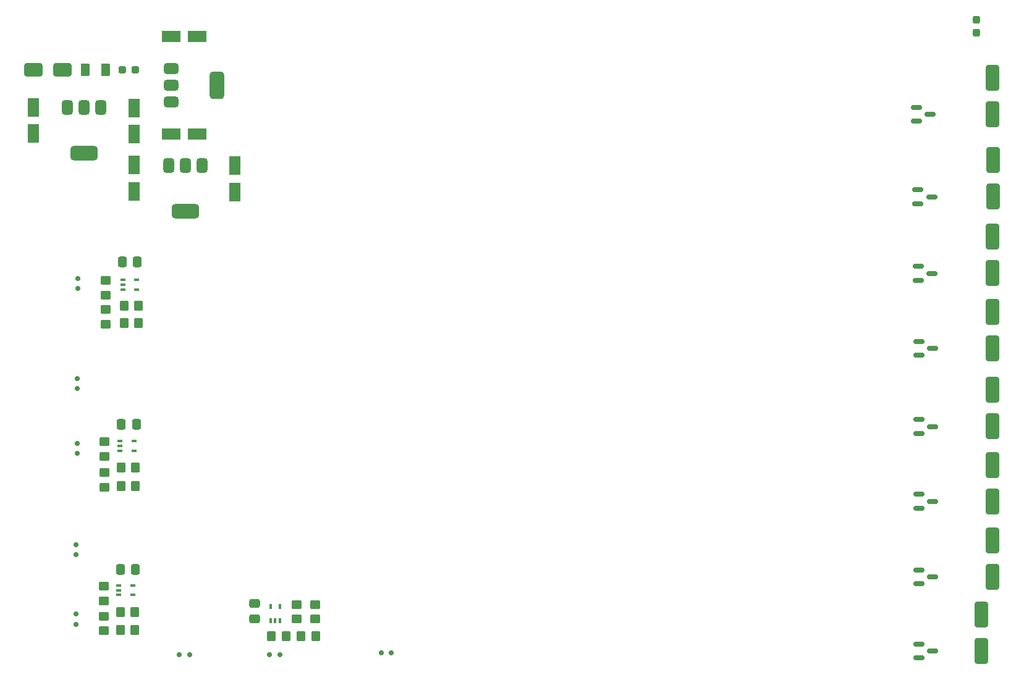
<source format=gbr>
%TF.GenerationSoftware,KiCad,Pcbnew,8.0.0-8.0.0-1~ubuntu20.04.1*%
%TF.CreationDate,2024-06-18T14:04:34-06:00*%
%TF.ProjectId,minibioreactor,6d696e69-6269-46f7-9265-6163746f722e,rev?*%
%TF.SameCoordinates,Original*%
%TF.FileFunction,Paste,Top*%
%TF.FilePolarity,Positive*%
%FSLAX46Y46*%
G04 Gerber Fmt 4.6, Leading zero omitted, Abs format (unit mm)*
G04 Created by KiCad (PCBNEW 8.0.0-8.0.0-1~ubuntu20.04.1) date 2024-06-18 14:04:34*
%MOMM*%
%LPD*%
G01*
G04 APERTURE LIST*
G04 Aperture macros list*
%AMRoundRect*
0 Rectangle with rounded corners*
0 $1 Rounding radius*
0 $2 $3 $4 $5 $6 $7 $8 $9 X,Y pos of 4 corners*
0 Add a 4 corners polygon primitive as box body*
4,1,4,$2,$3,$4,$5,$6,$7,$8,$9,$2,$3,0*
0 Add four circle primitives for the rounded corners*
1,1,$1+$1,$2,$3*
1,1,$1+$1,$4,$5*
1,1,$1+$1,$6,$7*
1,1,$1+$1,$8,$9*
0 Add four rect primitives between the rounded corners*
20,1,$1+$1,$2,$3,$4,$5,0*
20,1,$1+$1,$4,$5,$6,$7,0*
20,1,$1+$1,$6,$7,$8,$9,0*
20,1,$1+$1,$8,$9,$2,$3,0*%
G04 Aperture macros list end*
%ADD10RoundRect,0.100000X-0.225000X-0.100000X0.225000X-0.100000X0.225000X0.100000X-0.225000X0.100000X0*%
%ADD11RoundRect,0.150000X-0.587500X-0.150000X0.587500X-0.150000X0.587500X0.150000X-0.587500X0.150000X0*%
%ADD12RoundRect,0.250000X-0.350000X-0.450000X0.350000X-0.450000X0.350000X0.450000X-0.350000X0.450000X0*%
%ADD13RoundRect,0.250000X-0.450000X0.350000X-0.450000X-0.350000X0.450000X-0.350000X0.450000X0.350000X0*%
%ADD14RoundRect,0.250000X-0.550000X1.050000X-0.550000X-1.050000X0.550000X-1.050000X0.550000X1.050000X0*%
%ADD15RoundRect,0.150000X0.200000X-0.150000X0.200000X0.150000X-0.200000X0.150000X-0.200000X-0.150000X0*%
%ADD16RoundRect,0.250000X0.337500X0.475000X-0.337500X0.475000X-0.337500X-0.475000X0.337500X-0.475000X0*%
%ADD17RoundRect,0.250000X0.350000X0.450000X-0.350000X0.450000X-0.350000X-0.450000X0.350000X-0.450000X0*%
%ADD18RoundRect,0.250000X-0.650000X1.500000X-0.650000X-1.500000X0.650000X-1.500000X0.650000X1.500000X0*%
%ADD19RoundRect,0.250000X0.375000X0.625000X-0.375000X0.625000X-0.375000X-0.625000X0.375000X-0.625000X0*%
%ADD20RoundRect,0.237500X0.237500X-0.287500X0.237500X0.287500X-0.237500X0.287500X-0.237500X-0.287500X0*%
%ADD21RoundRect,0.250000X0.450000X-0.350000X0.450000X0.350000X-0.450000X0.350000X-0.450000X-0.350000X0*%
%ADD22RoundRect,0.250000X-0.475000X0.337500X-0.475000X-0.337500X0.475000X-0.337500X0.475000X0.337500X0*%
%ADD23RoundRect,0.250000X1.050000X0.550000X-1.050000X0.550000X-1.050000X-0.550000X1.050000X-0.550000X0*%
%ADD24RoundRect,0.150000X0.150000X0.200000X-0.150000X0.200000X-0.150000X-0.200000X0.150000X-0.200000X0*%
%ADD25RoundRect,0.375000X-0.625000X-0.375000X0.625000X-0.375000X0.625000X0.375000X-0.625000X0.375000X0*%
%ADD26RoundRect,0.500000X-0.500000X-1.400000X0.500000X-1.400000X0.500000X1.400000X-0.500000X1.400000X0*%
%ADD27RoundRect,0.250000X0.550000X-1.050000X0.550000X1.050000X-0.550000X1.050000X-0.550000X-1.050000X0*%
%ADD28RoundRect,0.150000X-0.200000X0.150000X-0.200000X-0.150000X0.200000X-0.150000X0.200000X0.150000X0*%
%ADD29RoundRect,0.237500X-0.287500X-0.237500X0.287500X-0.237500X0.287500X0.237500X-0.287500X0.237500X0*%
%ADD30RoundRect,0.150000X-0.150000X-0.200000X0.150000X-0.200000X0.150000X0.200000X-0.150000X0.200000X0*%
%ADD31RoundRect,0.375000X-0.375000X0.625000X-0.375000X-0.625000X0.375000X-0.625000X0.375000X0.625000X0*%
%ADD32RoundRect,0.500000X-1.400000X0.500000X-1.400000X-0.500000X1.400000X-0.500000X1.400000X0.500000X0*%
%ADD33RoundRect,0.100000X0.100000X-0.225000X0.100000X0.225000X-0.100000X0.225000X-0.100000X-0.225000X0*%
%ADD34RoundRect,0.250000X-1.050000X-0.550000X1.050000X-0.550000X1.050000X0.550000X-1.050000X0.550000X0*%
%ADD35RoundRect,0.250000X-1.000000X-0.650000X1.000000X-0.650000X1.000000X0.650000X-1.000000X0.650000X0*%
G04 APERTURE END LIST*
D10*
%TO.C,U203*%
X115860000Y-111795000D03*
X115860000Y-112445000D03*
X115860000Y-113095000D03*
X117760000Y-113095000D03*
X117760000Y-111795000D03*
%TD*%
D11*
%TO.C,Q302*%
X225345000Y-57550000D03*
X225345000Y-59450000D03*
X227220000Y-58500000D03*
%TD*%
D12*
%TO.C,R202*%
X116560000Y-75795000D03*
X118560000Y-75795000D03*
%TD*%
D13*
%TO.C,R207*%
X113860000Y-96295000D03*
X113860000Y-98295000D03*
%TD*%
D11*
%TO.C,Q307*%
X225475000Y-109670000D03*
X225475000Y-111570000D03*
X227350000Y-110620000D03*
%TD*%
D14*
%TO.C,C5*%
X117987500Y-54167500D03*
X117987500Y-57767500D03*
%TD*%
D15*
%TO.C,D204*%
X109960000Y-106195000D03*
X109960000Y-107595000D03*
%TD*%
D16*
%TO.C,C201*%
X118410000Y-67445000D03*
X116335000Y-67445000D03*
%TD*%
D17*
%TO.C,R213*%
X138745000Y-118700000D03*
X136745000Y-118700000D03*
%TD*%
D18*
%TO.C,D303*%
X235560000Y-63980000D03*
X235560000Y-68980000D03*
%TD*%
D19*
%TO.C,F1*%
X114067500Y-41100000D03*
X111267500Y-41100000D03*
%TD*%
D20*
%TO.C,D3*%
X233362500Y-35987500D03*
X233362500Y-34237500D03*
%TD*%
D21*
%TO.C,R214*%
X142745000Y-116400000D03*
X142745000Y-114400000D03*
%TD*%
D22*
%TO.C,C204*%
X134445000Y-114262500D03*
X134445000Y-116337500D03*
%TD*%
D10*
%TO.C,U202*%
X116010000Y-91995000D03*
X116010000Y-92645000D03*
X116010000Y-93295000D03*
X117910000Y-93295000D03*
X117910000Y-91995000D03*
%TD*%
D23*
%TO.C,C4*%
X126617500Y-36500000D03*
X123017500Y-36500000D03*
%TD*%
D24*
%TO.C,D206*%
X124150000Y-121290000D03*
X125550000Y-121290000D03*
%TD*%
D14*
%TO.C,C1*%
X104167500Y-46250000D03*
X104167500Y-49850000D03*
%TD*%
D25*
%TO.C,U2*%
X123007500Y-40917500D03*
X123007500Y-43217500D03*
D26*
X129307500Y-43217500D03*
D25*
X123007500Y-45517500D03*
%TD*%
D18*
%TO.C,D307*%
X235530000Y-105610000D03*
X235530000Y-110610000D03*
%TD*%
D27*
%TO.C,C2*%
X117967500Y-49900000D03*
X117967500Y-46300000D03*
%TD*%
D18*
%TO.C,D301*%
X235620000Y-53480000D03*
X235620000Y-58480000D03*
%TD*%
D28*
%TO.C,D205*%
X109960000Y-117095000D03*
X109960000Y-115695000D03*
%TD*%
D11*
%TO.C,Q303*%
X225405000Y-68040000D03*
X225405000Y-69940000D03*
X227280000Y-68990000D03*
%TD*%
D15*
%TO.C,D202*%
X110160000Y-83395000D03*
X110160000Y-84795000D03*
%TD*%
D21*
%TO.C,R201*%
X114060000Y-71995000D03*
X114060000Y-69995000D03*
%TD*%
D29*
%TO.C,D1*%
X116367500Y-41100000D03*
X118117500Y-41100000D03*
%TD*%
D28*
%TO.C,D201*%
X110260000Y-71095000D03*
X110260000Y-69695000D03*
%TD*%
D12*
%TO.C,R212*%
X116060000Y-115395000D03*
X118060000Y-115395000D03*
%TD*%
D30*
%TO.C,D207*%
X137900000Y-121300000D03*
X136500000Y-121300000D03*
%TD*%
D10*
%TO.C,U201*%
X116410000Y-69895000D03*
X116410000Y-70545000D03*
X116410000Y-71195000D03*
X118310000Y-71195000D03*
X118310000Y-69895000D03*
%TD*%
D31*
%TO.C,U3*%
X127300000Y-54180000D03*
X125000000Y-54180000D03*
D32*
X125000000Y-60480000D03*
D31*
X122700000Y-54180000D03*
%TD*%
D11*
%TO.C,Q301*%
X225165000Y-46230000D03*
X225165000Y-48130000D03*
X227040000Y-47180000D03*
%TD*%
D27*
%TO.C,C6*%
X131787500Y-57817500D03*
X131787500Y-54217500D03*
%TD*%
D18*
%TO.C,D302*%
X235560000Y-42200000D03*
X235560000Y-47200000D03*
%TD*%
D11*
%TO.C,Q305*%
X225495000Y-89050000D03*
X225495000Y-90950000D03*
X227370000Y-90000000D03*
%TD*%
D18*
%TO.C,D308*%
X234060000Y-115770000D03*
X234060000Y-120770000D03*
%TD*%
D11*
%TO.C,Q304*%
X225445000Y-78310000D03*
X225445000Y-80210000D03*
X227320000Y-79260000D03*
%TD*%
D12*
%TO.C,R215*%
X140845000Y-118700000D03*
X142845000Y-118700000D03*
%TD*%
D28*
%TO.C,D203*%
X110160000Y-93695000D03*
X110160000Y-92295000D03*
%TD*%
D16*
%TO.C,C203*%
X118160000Y-109595000D03*
X116085000Y-109595000D03*
%TD*%
D18*
%TO.C,D305*%
X235570000Y-84970000D03*
X235570000Y-89970000D03*
%TD*%
D21*
%TO.C,R209*%
X113760000Y-113895000D03*
X113760000Y-111895000D03*
%TD*%
D12*
%TO.C,R208*%
X116160000Y-95595000D03*
X118160000Y-95595000D03*
%TD*%
%TO.C,R210*%
X116060000Y-117895000D03*
X118060000Y-117895000D03*
%TD*%
D33*
%TO.C,U204*%
X136645000Y-116600000D03*
X137295000Y-116600000D03*
X137945000Y-116600000D03*
X137945000Y-114700000D03*
X136645000Y-114700000D03*
%TD*%
D12*
%TO.C,R206*%
X116160000Y-98195000D03*
X118160000Y-98195000D03*
%TD*%
D31*
%TO.C,U1*%
X113367500Y-46250000D03*
X111067500Y-46250000D03*
D32*
X111067500Y-52550000D03*
D31*
X108767500Y-46250000D03*
%TD*%
D11*
%TO.C,Q306*%
X225475000Y-99280000D03*
X225475000Y-101180000D03*
X227350000Y-100230000D03*
%TD*%
D34*
%TO.C,C3*%
X123017500Y-49900000D03*
X126617500Y-49900000D03*
%TD*%
D16*
%TO.C,C202*%
X118260000Y-89695000D03*
X116185000Y-89695000D03*
%TD*%
D24*
%TO.C,D208*%
X151782500Y-121010000D03*
X153182500Y-121010000D03*
%TD*%
D13*
%TO.C,R211*%
X113760000Y-115995000D03*
X113760000Y-117995000D03*
%TD*%
%TO.C,R203*%
X114060000Y-73945000D03*
X114060000Y-75945000D03*
%TD*%
D21*
%TO.C,R205*%
X113860000Y-94095000D03*
X113860000Y-92095000D03*
%TD*%
D18*
%TO.C,D304*%
X235560000Y-74270000D03*
X235560000Y-79270000D03*
%TD*%
D35*
%TO.C,D2*%
X104167500Y-41100000D03*
X108167500Y-41100000D03*
%TD*%
D11*
%TO.C,Q308*%
X225480000Y-119800000D03*
X225480000Y-121700000D03*
X227355000Y-120750000D03*
%TD*%
D18*
%TO.C,D306*%
X235570000Y-95260000D03*
X235570000Y-100260000D03*
%TD*%
D21*
%TO.C,R216*%
X140245000Y-116400000D03*
X140245000Y-114400000D03*
%TD*%
D12*
%TO.C,R204*%
X116560000Y-73445000D03*
X118560000Y-73445000D03*
%TD*%
M02*

</source>
